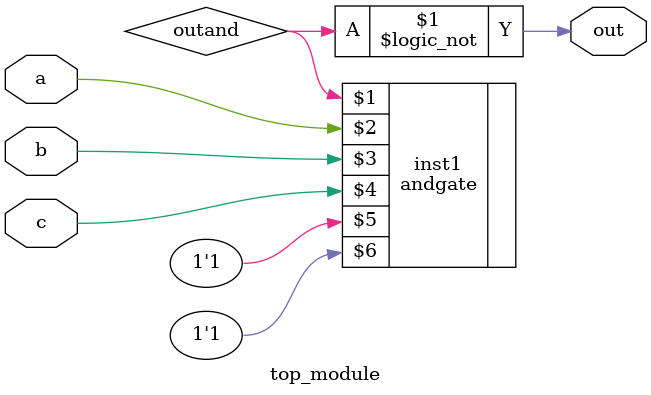
<source format=v>
module top_module (input a, input b, input c, output out);//
    wire outand;
    andgate inst1 (outand, a, b, c,1'b1,1'b1);
    assign out = !outand;
endmodule

</source>
